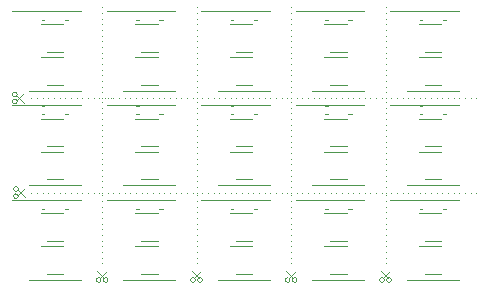
<source format=gbr>
%TF.GenerationSoftware,KiCad,Pcbnew,6.99.0-76368af7*%
%TF.CreationDate,2022-01-11T12:03:38+01:00*%
%TF.ProjectId,hc245t_bypass_esd-panel,68633234-3574-45f6-9279-706173735f65,rev?*%
%TF.SameCoordinates,Original*%
%TF.FileFunction,Legend,Top*%
%TF.FilePolarity,Positive*%
%FSLAX46Y46*%
G04 Gerber Fmt 4.6, Leading zero omitted, Abs format (unit mm)*
G04 Created by KiCad (PCBNEW 6.99.0-76368af7) date 2022-01-11 12:03:38*
%MOMM*%
%LPD*%
G01*
G04 APERTURE LIST*
%ADD10C,0.120000*%
G04 APERTURE END LIST*
D10*
X135000000Y-119000000D02*
X135000000Y-119000000D01*
X135000000Y-118520000D02*
X135000000Y-118520000D01*
X135000000Y-118040000D02*
X135000000Y-118040000D01*
X135000000Y-117560000D02*
X135000000Y-117560000D01*
X135000000Y-117080000D02*
X135000000Y-117080000D01*
X135000000Y-116600000D02*
X135000000Y-116600000D01*
X135000000Y-116120000D02*
X135000000Y-116120000D01*
X135000000Y-115640000D02*
X135000000Y-115640000D01*
X135000000Y-115160000D02*
X135000000Y-115160000D01*
X135000000Y-114680000D02*
X135000000Y-114680000D01*
X135000000Y-114200000D02*
X135000000Y-114200000D01*
X135000000Y-113720000D02*
X135000000Y-113720000D01*
X135000000Y-113240000D02*
X135000000Y-113240000D01*
X135000000Y-112760000D02*
X135000000Y-112760000D01*
X135000000Y-112280000D02*
X135000000Y-112280000D01*
X135000000Y-111800000D02*
X135000000Y-111800000D01*
X135000000Y-111320000D02*
X135000000Y-111320000D01*
X151000000Y-111000000D02*
X151000000Y-111000000D01*
X151000000Y-110520000D02*
X151000000Y-110520000D01*
X151000000Y-110040000D02*
X151000000Y-110040000D01*
X151000000Y-109560000D02*
X151000000Y-109560000D01*
X151000000Y-109080000D02*
X151000000Y-109080000D01*
X151000000Y-108600000D02*
X151000000Y-108600000D01*
X151000000Y-108120000D02*
X151000000Y-108120000D01*
X151000000Y-107640000D02*
X151000000Y-107640000D01*
X151000000Y-107160000D02*
X151000000Y-107160000D01*
X151000000Y-106680000D02*
X151000000Y-106680000D01*
X151000000Y-106200000D02*
X151000000Y-106200000D01*
X151000000Y-105720000D02*
X151000000Y-105720000D01*
X151000000Y-105240000D02*
X151000000Y-105240000D01*
X151000000Y-104760000D02*
X151000000Y-104760000D01*
X151000000Y-104280000D02*
X151000000Y-104280000D01*
X151000000Y-103800000D02*
X151000000Y-103800000D01*
X151000000Y-103320000D02*
X151000000Y-103320000D01*
X151000000Y-119000000D02*
X151000000Y-119000000D01*
X151000000Y-118520000D02*
X151000000Y-118520000D01*
X151000000Y-118040000D02*
X151000000Y-118040000D01*
X151000000Y-117560000D02*
X151000000Y-117560000D01*
X151000000Y-117080000D02*
X151000000Y-117080000D01*
X151000000Y-116600000D02*
X151000000Y-116600000D01*
X151000000Y-116120000D02*
X151000000Y-116120000D01*
X151000000Y-115640000D02*
X151000000Y-115640000D01*
X151000000Y-115160000D02*
X151000000Y-115160000D01*
X151000000Y-114680000D02*
X151000000Y-114680000D01*
X151000000Y-114200000D02*
X151000000Y-114200000D01*
X151000000Y-113720000D02*
X151000000Y-113720000D01*
X151000000Y-113240000D02*
X151000000Y-113240000D01*
X151000000Y-112760000D02*
X151000000Y-112760000D01*
X151000000Y-112280000D02*
X151000000Y-112280000D01*
X151000000Y-111800000D02*
X151000000Y-111800000D01*
X151000000Y-111320000D02*
X151000000Y-111320000D01*
X127900000Y-119300000D02*
G75*
G03*
X127900000Y-119300000I-200000J0D01*
G01*
X151500000Y-126400000D02*
G75*
G03*
X151500000Y-126400000I-200000J0D01*
G01*
X142900000Y-126400000D02*
G75*
G03*
X142900000Y-126400000I-200000J0D01*
G01*
X134900000Y-126400000D02*
G75*
G03*
X134900000Y-126400000I-200000J0D01*
G01*
X159200000Y-126200000D02*
X158600000Y-125600000D01*
X127800000Y-111200000D02*
X128400000Y-110600000D01*
X127900000Y-119200000D02*
X128500000Y-118600000D01*
X158800000Y-126200000D02*
X159400000Y-125600000D01*
X135000000Y-111000000D02*
X135000000Y-111000000D01*
X135480000Y-111000000D02*
X135480000Y-111000000D01*
X135960000Y-111000000D02*
X135960000Y-111000000D01*
X136440000Y-111000000D02*
X136440000Y-111000000D01*
X136920000Y-111000000D02*
X136920000Y-111000000D01*
X137400000Y-111000000D02*
X137400000Y-111000000D01*
X137880000Y-111000000D02*
X137880000Y-111000000D01*
X138360000Y-111000000D02*
X138360000Y-111000000D01*
X138840000Y-111000000D02*
X138840000Y-111000000D01*
X139320000Y-111000000D02*
X139320000Y-111000000D01*
X139800000Y-111000000D02*
X139800000Y-111000000D01*
X140280000Y-111000000D02*
X140280000Y-111000000D01*
X140760000Y-111000000D02*
X140760000Y-111000000D01*
X141240000Y-111000000D02*
X141240000Y-111000000D01*
X141720000Y-111000000D02*
X141720000Y-111000000D01*
X142200000Y-111000000D02*
X142200000Y-111000000D01*
X142680000Y-111000000D02*
X142680000Y-111000000D01*
X134800000Y-126200000D02*
X135400000Y-125600000D01*
X143000000Y-111000000D02*
X143000000Y-111000000D01*
X143000000Y-110520000D02*
X143000000Y-110520000D01*
X143000000Y-110040000D02*
X143000000Y-110040000D01*
X143000000Y-109560000D02*
X143000000Y-109560000D01*
X143000000Y-109080000D02*
X143000000Y-109080000D01*
X143000000Y-108600000D02*
X143000000Y-108600000D01*
X143000000Y-108120000D02*
X143000000Y-108120000D01*
X143000000Y-107640000D02*
X143000000Y-107640000D01*
X143000000Y-107160000D02*
X143000000Y-107160000D01*
X143000000Y-106680000D02*
X143000000Y-106680000D01*
X143000000Y-106200000D02*
X143000000Y-106200000D01*
X143000000Y-105720000D02*
X143000000Y-105720000D01*
X143000000Y-105240000D02*
X143000000Y-105240000D01*
X143000000Y-104760000D02*
X143000000Y-104760000D01*
X143000000Y-104280000D02*
X143000000Y-104280000D01*
X143000000Y-103800000D02*
X143000000Y-103800000D01*
X143000000Y-103320000D02*
X143000000Y-103320000D01*
X143200000Y-126200000D02*
X142600000Y-125600000D01*
X143500000Y-126400000D02*
G75*
G03*
X143500000Y-126400000I-200000J0D01*
G01*
X159000000Y-111000000D02*
X159000000Y-111000000D01*
X159000000Y-110520000D02*
X159000000Y-110520000D01*
X159000000Y-110040000D02*
X159000000Y-110040000D01*
X159000000Y-109560000D02*
X159000000Y-109560000D01*
X159000000Y-109080000D02*
X159000000Y-109080000D01*
X159000000Y-108600000D02*
X159000000Y-108600000D01*
X159000000Y-108120000D02*
X159000000Y-108120000D01*
X159000000Y-107640000D02*
X159000000Y-107640000D01*
X159000000Y-107160000D02*
X159000000Y-107160000D01*
X159000000Y-106680000D02*
X159000000Y-106680000D01*
X159000000Y-106200000D02*
X159000000Y-106200000D01*
X159000000Y-105720000D02*
X159000000Y-105720000D01*
X159000000Y-105240000D02*
X159000000Y-105240000D01*
X159000000Y-104760000D02*
X159000000Y-104760000D01*
X159000000Y-104280000D02*
X159000000Y-104280000D01*
X159000000Y-103800000D02*
X159000000Y-103800000D01*
X159000000Y-103320000D02*
X159000000Y-103320000D01*
X135500000Y-126400000D02*
G75*
G03*
X135500000Y-126400000I-200000J0D01*
G01*
X159000000Y-111000000D02*
X159000000Y-111000000D01*
X159480000Y-111000000D02*
X159480000Y-111000000D01*
X159960000Y-111000000D02*
X159960000Y-111000000D01*
X160440000Y-111000000D02*
X160440000Y-111000000D01*
X160920000Y-111000000D02*
X160920000Y-111000000D01*
X161400000Y-111000000D02*
X161400000Y-111000000D01*
X161880000Y-111000000D02*
X161880000Y-111000000D01*
X162360000Y-111000000D02*
X162360000Y-111000000D01*
X162840000Y-111000000D02*
X162840000Y-111000000D01*
X163320000Y-111000000D02*
X163320000Y-111000000D01*
X163800000Y-111000000D02*
X163800000Y-111000000D01*
X164280000Y-111000000D02*
X164280000Y-111000000D01*
X164760000Y-111000000D02*
X164760000Y-111000000D01*
X165240000Y-111000000D02*
X165240000Y-111000000D01*
X165720000Y-111000000D02*
X165720000Y-111000000D01*
X166200000Y-111000000D02*
X166200000Y-111000000D01*
X166680000Y-111000000D02*
X166680000Y-111000000D01*
X129000000Y-111000000D02*
X129000000Y-111000000D01*
X129480000Y-111000000D02*
X129480000Y-111000000D01*
X129960000Y-111000000D02*
X129960000Y-111000000D01*
X130440000Y-111000000D02*
X130440000Y-111000000D01*
X130920000Y-111000000D02*
X130920000Y-111000000D01*
X131400000Y-111000000D02*
X131400000Y-111000000D01*
X131880000Y-111000000D02*
X131880000Y-111000000D01*
X132360000Y-111000000D02*
X132360000Y-111000000D01*
X132840000Y-111000000D02*
X132840000Y-111000000D01*
X133320000Y-111000000D02*
X133320000Y-111000000D01*
X133800000Y-111000000D02*
X133800000Y-111000000D01*
X134280000Y-111000000D02*
X134280000Y-111000000D01*
X134760000Y-111000000D02*
X134760000Y-111000000D01*
X135240000Y-111000000D02*
X135240000Y-111000000D01*
X135720000Y-111000000D02*
X135720000Y-111000000D01*
X127800000Y-110700000D02*
G75*
G03*
X127800000Y-110700000I-200000J0D01*
G01*
X151200000Y-126200000D02*
X150600000Y-125600000D01*
X150900000Y-126400000D02*
G75*
G03*
X150900000Y-126400000I-200000J0D01*
G01*
X143000000Y-119000000D02*
X143000000Y-119000000D01*
X143480000Y-119000000D02*
X143480000Y-119000000D01*
X143960000Y-119000000D02*
X143960000Y-119000000D01*
X144440000Y-119000000D02*
X144440000Y-119000000D01*
X144920000Y-119000000D02*
X144920000Y-119000000D01*
X145400000Y-119000000D02*
X145400000Y-119000000D01*
X145880000Y-119000000D02*
X145880000Y-119000000D01*
X146360000Y-119000000D02*
X146360000Y-119000000D01*
X146840000Y-119000000D02*
X146840000Y-119000000D01*
X147320000Y-119000000D02*
X147320000Y-119000000D01*
X147800000Y-119000000D02*
X147800000Y-119000000D01*
X148280000Y-119000000D02*
X148280000Y-119000000D01*
X148760000Y-119000000D02*
X148760000Y-119000000D01*
X149240000Y-119000000D02*
X149240000Y-119000000D01*
X149720000Y-119000000D02*
X149720000Y-119000000D01*
X150200000Y-119000000D02*
X150200000Y-119000000D01*
X150680000Y-119000000D02*
X150680000Y-119000000D01*
X142800000Y-126200000D02*
X143400000Y-125600000D01*
X151000000Y-125000000D02*
X151000000Y-125000000D01*
X151000000Y-124520000D02*
X151000000Y-124520000D01*
X151000000Y-124040000D02*
X151000000Y-124040000D01*
X151000000Y-123560000D02*
X151000000Y-123560000D01*
X151000000Y-123080000D02*
X151000000Y-123080000D01*
X151000000Y-122600000D02*
X151000000Y-122600000D01*
X151000000Y-122120000D02*
X151000000Y-122120000D01*
X151000000Y-121640000D02*
X151000000Y-121640000D01*
X151000000Y-121160000D02*
X151000000Y-121160000D01*
X151000000Y-120680000D02*
X151000000Y-120680000D01*
X151000000Y-120200000D02*
X151000000Y-120200000D01*
X151000000Y-119720000D02*
X151000000Y-119720000D01*
X151000000Y-119240000D02*
X151000000Y-119240000D01*
X158900000Y-126400000D02*
G75*
G03*
X158900000Y-126400000I-200000J0D01*
G01*
X135000000Y-125000000D02*
X135000000Y-125000000D01*
X135000000Y-124520000D02*
X135000000Y-124520000D01*
X135000000Y-124040000D02*
X135000000Y-124040000D01*
X135000000Y-123560000D02*
X135000000Y-123560000D01*
X135000000Y-123080000D02*
X135000000Y-123080000D01*
X135000000Y-122600000D02*
X135000000Y-122600000D01*
X135000000Y-122120000D02*
X135000000Y-122120000D01*
X135000000Y-121640000D02*
X135000000Y-121640000D01*
X135000000Y-121160000D02*
X135000000Y-121160000D01*
X135000000Y-120680000D02*
X135000000Y-120680000D01*
X135000000Y-120200000D02*
X135000000Y-120200000D01*
X135000000Y-119720000D02*
X135000000Y-119720000D01*
X135000000Y-119240000D02*
X135000000Y-119240000D01*
X129000000Y-119000000D02*
X129000000Y-119000000D01*
X129480000Y-119000000D02*
X129480000Y-119000000D01*
X129960000Y-119000000D02*
X129960000Y-119000000D01*
X130440000Y-119000000D02*
X130440000Y-119000000D01*
X130920000Y-119000000D02*
X130920000Y-119000000D01*
X131400000Y-119000000D02*
X131400000Y-119000000D01*
X131880000Y-119000000D02*
X131880000Y-119000000D01*
X132360000Y-119000000D02*
X132360000Y-119000000D01*
X132840000Y-119000000D02*
X132840000Y-119000000D01*
X133320000Y-119000000D02*
X133320000Y-119000000D01*
X133800000Y-119000000D02*
X133800000Y-119000000D01*
X134280000Y-119000000D02*
X134280000Y-119000000D01*
X134760000Y-119000000D02*
X134760000Y-119000000D01*
X151000000Y-111000000D02*
X151000000Y-111000000D01*
X151480000Y-111000000D02*
X151480000Y-111000000D01*
X151960000Y-111000000D02*
X151960000Y-111000000D01*
X152440000Y-111000000D02*
X152440000Y-111000000D01*
X152920000Y-111000000D02*
X152920000Y-111000000D01*
X153400000Y-111000000D02*
X153400000Y-111000000D01*
X153880000Y-111000000D02*
X153880000Y-111000000D01*
X154360000Y-111000000D02*
X154360000Y-111000000D01*
X154840000Y-111000000D02*
X154840000Y-111000000D01*
X155320000Y-111000000D02*
X155320000Y-111000000D01*
X155800000Y-111000000D02*
X155800000Y-111000000D01*
X156280000Y-111000000D02*
X156280000Y-111000000D01*
X156760000Y-111000000D02*
X156760000Y-111000000D01*
X157240000Y-111000000D02*
X157240000Y-111000000D01*
X157720000Y-111000000D02*
X157720000Y-111000000D01*
X158200000Y-111000000D02*
X158200000Y-111000000D01*
X158680000Y-111000000D02*
X158680000Y-111000000D01*
X151000000Y-119000000D02*
X151000000Y-119000000D01*
X151480000Y-119000000D02*
X151480000Y-119000000D01*
X151960000Y-119000000D02*
X151960000Y-119000000D01*
X152440000Y-119000000D02*
X152440000Y-119000000D01*
X152920000Y-119000000D02*
X152920000Y-119000000D01*
X153400000Y-119000000D02*
X153400000Y-119000000D01*
X153880000Y-119000000D02*
X153880000Y-119000000D01*
X154360000Y-119000000D02*
X154360000Y-119000000D01*
X154840000Y-119000000D02*
X154840000Y-119000000D01*
X155320000Y-119000000D02*
X155320000Y-119000000D01*
X155800000Y-119000000D02*
X155800000Y-119000000D01*
X156280000Y-119000000D02*
X156280000Y-119000000D01*
X156760000Y-119000000D02*
X156760000Y-119000000D01*
X157240000Y-119000000D02*
X157240000Y-119000000D01*
X157720000Y-119000000D02*
X157720000Y-119000000D01*
X158200000Y-119000000D02*
X158200000Y-119000000D01*
X158680000Y-119000000D02*
X158680000Y-119000000D01*
X127800000Y-110800000D02*
X128400000Y-111400000D01*
X159000000Y-125000000D02*
X159000000Y-125000000D01*
X159000000Y-124520000D02*
X159000000Y-124520000D01*
X159000000Y-124040000D02*
X159000000Y-124040000D01*
X159000000Y-123560000D02*
X159000000Y-123560000D01*
X159000000Y-123080000D02*
X159000000Y-123080000D01*
X159000000Y-122600000D02*
X159000000Y-122600000D01*
X159000000Y-122120000D02*
X159000000Y-122120000D01*
X159000000Y-121640000D02*
X159000000Y-121640000D01*
X159000000Y-121160000D02*
X159000000Y-121160000D01*
X159000000Y-120680000D02*
X159000000Y-120680000D01*
X159000000Y-120200000D02*
X159000000Y-120200000D01*
X159000000Y-119720000D02*
X159000000Y-119720000D01*
X159000000Y-119240000D02*
X159000000Y-119240000D01*
X135200000Y-126200000D02*
X134600000Y-125600000D01*
X159000000Y-119000000D02*
X159000000Y-119000000D01*
X159000000Y-118520000D02*
X159000000Y-118520000D01*
X159000000Y-118040000D02*
X159000000Y-118040000D01*
X159000000Y-117560000D02*
X159000000Y-117560000D01*
X159000000Y-117080000D02*
X159000000Y-117080000D01*
X159000000Y-116600000D02*
X159000000Y-116600000D01*
X159000000Y-116120000D02*
X159000000Y-116120000D01*
X159000000Y-115640000D02*
X159000000Y-115640000D01*
X159000000Y-115160000D02*
X159000000Y-115160000D01*
X159000000Y-114680000D02*
X159000000Y-114680000D01*
X159000000Y-114200000D02*
X159000000Y-114200000D01*
X159000000Y-113720000D02*
X159000000Y-113720000D01*
X159000000Y-113240000D02*
X159000000Y-113240000D01*
X159000000Y-112760000D02*
X159000000Y-112760000D01*
X159000000Y-112280000D02*
X159000000Y-112280000D01*
X159000000Y-111800000D02*
X159000000Y-111800000D01*
X159000000Y-111320000D02*
X159000000Y-111320000D01*
X127800000Y-111300000D02*
G75*
G03*
X127800000Y-111300000I-200000J0D01*
G01*
X127900000Y-118700000D02*
G75*
G03*
X127900000Y-118700000I-200000J0D01*
G01*
X159000000Y-119000000D02*
X159000000Y-119000000D01*
X159480000Y-119000000D02*
X159480000Y-119000000D01*
X159960000Y-119000000D02*
X159960000Y-119000000D01*
X160440000Y-119000000D02*
X160440000Y-119000000D01*
X160920000Y-119000000D02*
X160920000Y-119000000D01*
X161400000Y-119000000D02*
X161400000Y-119000000D01*
X161880000Y-119000000D02*
X161880000Y-119000000D01*
X162360000Y-119000000D02*
X162360000Y-119000000D01*
X162840000Y-119000000D02*
X162840000Y-119000000D01*
X163320000Y-119000000D02*
X163320000Y-119000000D01*
X163800000Y-119000000D02*
X163800000Y-119000000D01*
X164280000Y-119000000D02*
X164280000Y-119000000D01*
X164760000Y-119000000D02*
X164760000Y-119000000D01*
X165240000Y-119000000D02*
X165240000Y-119000000D01*
X165720000Y-119000000D02*
X165720000Y-119000000D01*
X166200000Y-119000000D02*
X166200000Y-119000000D01*
X166680000Y-119000000D02*
X166680000Y-119000000D01*
X143000000Y-125000000D02*
X143000000Y-125000000D01*
X143000000Y-124520000D02*
X143000000Y-124520000D01*
X143000000Y-124040000D02*
X143000000Y-124040000D01*
X143000000Y-123560000D02*
X143000000Y-123560000D01*
X143000000Y-123080000D02*
X143000000Y-123080000D01*
X143000000Y-122600000D02*
X143000000Y-122600000D01*
X143000000Y-122120000D02*
X143000000Y-122120000D01*
X143000000Y-121640000D02*
X143000000Y-121640000D01*
X143000000Y-121160000D02*
X143000000Y-121160000D01*
X143000000Y-120680000D02*
X143000000Y-120680000D01*
X143000000Y-120200000D02*
X143000000Y-120200000D01*
X143000000Y-119720000D02*
X143000000Y-119720000D01*
X143000000Y-119240000D02*
X143000000Y-119240000D01*
X150800000Y-126200000D02*
X151400000Y-125600000D01*
X143000000Y-119000000D02*
X143000000Y-119000000D01*
X143000000Y-118520000D02*
X143000000Y-118520000D01*
X143000000Y-118040000D02*
X143000000Y-118040000D01*
X143000000Y-117560000D02*
X143000000Y-117560000D01*
X143000000Y-117080000D02*
X143000000Y-117080000D01*
X143000000Y-116600000D02*
X143000000Y-116600000D01*
X143000000Y-116120000D02*
X143000000Y-116120000D01*
X143000000Y-115640000D02*
X143000000Y-115640000D01*
X143000000Y-115160000D02*
X143000000Y-115160000D01*
X143000000Y-114680000D02*
X143000000Y-114680000D01*
X143000000Y-114200000D02*
X143000000Y-114200000D01*
X143000000Y-113720000D02*
X143000000Y-113720000D01*
X143000000Y-113240000D02*
X143000000Y-113240000D01*
X143000000Y-112760000D02*
X143000000Y-112760000D01*
X143000000Y-112280000D02*
X143000000Y-112280000D01*
X143000000Y-111800000D02*
X143000000Y-111800000D01*
X143000000Y-111320000D02*
X143000000Y-111320000D01*
X127900000Y-118800000D02*
X128500000Y-119400000D01*
X159500000Y-126400000D02*
G75*
G03*
X159500000Y-126400000I-200000J0D01*
G01*
X135000000Y-111000000D02*
X135000000Y-111000000D01*
X135000000Y-110520000D02*
X135000000Y-110520000D01*
X135000000Y-110040000D02*
X135000000Y-110040000D01*
X135000000Y-109560000D02*
X135000000Y-109560000D01*
X135000000Y-109080000D02*
X135000000Y-109080000D01*
X135000000Y-108600000D02*
X135000000Y-108600000D01*
X135000000Y-108120000D02*
X135000000Y-108120000D01*
X135000000Y-107640000D02*
X135000000Y-107640000D01*
X135000000Y-107160000D02*
X135000000Y-107160000D01*
X135000000Y-106680000D02*
X135000000Y-106680000D01*
X135000000Y-106200000D02*
X135000000Y-106200000D01*
X135000000Y-105720000D02*
X135000000Y-105720000D01*
X135000000Y-105240000D02*
X135000000Y-105240000D01*
X135000000Y-104760000D02*
X135000000Y-104760000D01*
X135000000Y-104280000D02*
X135000000Y-104280000D01*
X135000000Y-103800000D02*
X135000000Y-103800000D01*
X135000000Y-103320000D02*
X135000000Y-103320000D01*
X135000000Y-119000000D02*
X135000000Y-119000000D01*
X135480000Y-119000000D02*
X135480000Y-119000000D01*
X135960000Y-119000000D02*
X135960000Y-119000000D01*
X136440000Y-119000000D02*
X136440000Y-119000000D01*
X136920000Y-119000000D02*
X136920000Y-119000000D01*
X137400000Y-119000000D02*
X137400000Y-119000000D01*
X137880000Y-119000000D02*
X137880000Y-119000000D01*
X138360000Y-119000000D02*
X138360000Y-119000000D01*
X138840000Y-119000000D02*
X138840000Y-119000000D01*
X139320000Y-119000000D02*
X139320000Y-119000000D01*
X139800000Y-119000000D02*
X139800000Y-119000000D01*
X140280000Y-119000000D02*
X140280000Y-119000000D01*
X140760000Y-119000000D02*
X140760000Y-119000000D01*
X141240000Y-119000000D02*
X141240000Y-119000000D01*
X141720000Y-119000000D02*
X141720000Y-119000000D01*
X142200000Y-119000000D02*
X142200000Y-119000000D01*
X142680000Y-119000000D02*
X142680000Y-119000000D01*
X143000000Y-111000000D02*
X143000000Y-111000000D01*
X143480000Y-111000000D02*
X143480000Y-111000000D01*
X143960000Y-111000000D02*
X143960000Y-111000000D01*
X144440000Y-111000000D02*
X144440000Y-111000000D01*
X144920000Y-111000000D02*
X144920000Y-111000000D01*
X145400000Y-111000000D02*
X145400000Y-111000000D01*
X145880000Y-111000000D02*
X145880000Y-111000000D01*
X146360000Y-111000000D02*
X146360000Y-111000000D01*
X146840000Y-111000000D02*
X146840000Y-111000000D01*
X147320000Y-111000000D02*
X147320000Y-111000000D01*
X147800000Y-111000000D02*
X147800000Y-111000000D01*
X148280000Y-111000000D02*
X148280000Y-111000000D01*
X148760000Y-111000000D02*
X148760000Y-111000000D01*
X149240000Y-111000000D02*
X149240000Y-111000000D01*
X149720000Y-111000000D02*
X149720000Y-111000000D01*
X150200000Y-111000000D02*
X150200000Y-111000000D01*
X150680000Y-111000000D02*
X150680000Y-111000000D01*
%TO.C,C1*%
X138107836Y-104360000D02*
X137892164Y-104360000D01*
X138107836Y-103640000D02*
X137892164Y-103640000D01*
%TO.C,R1*%
X163846359Y-119620000D02*
X164153641Y-119620000D01*
X163846359Y-120380000D02*
X164153641Y-120380000D01*
%TO.C,J1*%
X139000000Y-111615000D02*
X135400000Y-111615000D01*
X139000000Y-111615000D02*
X141200000Y-111615000D01*
X139000000Y-118385000D02*
X136800000Y-118385000D01*
X139000000Y-118385000D02*
X141200000Y-118385000D01*
X155000000Y-119615000D02*
X151400000Y-119615000D01*
X155000000Y-119615000D02*
X157200000Y-119615000D01*
X155000000Y-126385000D02*
X152800000Y-126385000D01*
X155000000Y-126385000D02*
X157200000Y-126385000D01*
%TO.C,U1*%
X162300000Y-123060000D02*
X163700000Y-123060000D01*
X163700000Y-120740000D02*
X161800000Y-120740000D01*
%TO.C,U2*%
X130300000Y-125860000D02*
X131700000Y-125860000D01*
X131700000Y-123540000D02*
X129800000Y-123540000D01*
%TO.C,C1*%
X138107836Y-120360000D02*
X137892164Y-120360000D01*
X138107836Y-119640000D02*
X137892164Y-119640000D01*
%TO.C,U1*%
X154300000Y-115060000D02*
X155700000Y-115060000D01*
X155700000Y-112740000D02*
X153800000Y-112740000D01*
%TO.C,R1*%
X163846359Y-111620000D02*
X164153641Y-111620000D01*
X163846359Y-112380000D02*
X164153641Y-112380000D01*
%TO.C,C1*%
X138107836Y-112360000D02*
X137892164Y-112360000D01*
X138107836Y-111640000D02*
X137892164Y-111640000D01*
%TO.C,U2*%
X146300000Y-117860000D02*
X147700000Y-117860000D01*
X147700000Y-115540000D02*
X145800000Y-115540000D01*
%TO.C,J1*%
X131000000Y-103615000D02*
X127400000Y-103615000D01*
X131000000Y-103615000D02*
X133200000Y-103615000D01*
X131000000Y-110385000D02*
X128800000Y-110385000D01*
X131000000Y-110385000D02*
X133200000Y-110385000D01*
X155000000Y-111615000D02*
X151400000Y-111615000D01*
X155000000Y-111615000D02*
X157200000Y-111615000D01*
X155000000Y-118385000D02*
X152800000Y-118385000D01*
X155000000Y-118385000D02*
X157200000Y-118385000D01*
%TO.C,U1*%
X154300000Y-107060000D02*
X155700000Y-107060000D01*
X155700000Y-104740000D02*
X153800000Y-104740000D01*
X130300000Y-115060000D02*
X131700000Y-115060000D01*
X131700000Y-112740000D02*
X129800000Y-112740000D01*
%TO.C,R1*%
X147846359Y-119620000D02*
X148153641Y-119620000D01*
X147846359Y-120380000D02*
X148153641Y-120380000D01*
X163846359Y-103620000D02*
X164153641Y-103620000D01*
X163846359Y-104380000D02*
X164153641Y-104380000D01*
%TO.C,C1*%
X162107836Y-120360000D02*
X161892164Y-120360000D01*
X162107836Y-119640000D02*
X161892164Y-119640000D01*
%TO.C,U1*%
X154300000Y-123060000D02*
X155700000Y-123060000D01*
X155700000Y-120740000D02*
X153800000Y-120740000D01*
%TO.C,J1*%
X155000000Y-103615000D02*
X151400000Y-103615000D01*
X155000000Y-103615000D02*
X157200000Y-103615000D01*
X155000000Y-110385000D02*
X152800000Y-110385000D01*
X155000000Y-110385000D02*
X157200000Y-110385000D01*
%TO.C,U2*%
X138300000Y-117860000D02*
X139700000Y-117860000D01*
X139700000Y-115540000D02*
X137800000Y-115540000D01*
%TO.C,R1*%
X139846359Y-111620000D02*
X140153641Y-111620000D01*
X139846359Y-112380000D02*
X140153641Y-112380000D01*
%TO.C,U1*%
X146300000Y-115060000D02*
X147700000Y-115060000D01*
X147700000Y-112740000D02*
X145800000Y-112740000D01*
%TO.C,R1*%
X131846359Y-119620000D02*
X132153641Y-119620000D01*
X131846359Y-120380000D02*
X132153641Y-120380000D01*
%TO.C,U1*%
X138300000Y-115060000D02*
X139700000Y-115060000D01*
X139700000Y-112740000D02*
X137800000Y-112740000D01*
%TO.C,U2*%
X154300000Y-117860000D02*
X155700000Y-117860000D01*
X155700000Y-115540000D02*
X153800000Y-115540000D01*
%TO.C,C1*%
X146107836Y-120360000D02*
X145892164Y-120360000D01*
X146107836Y-119640000D02*
X145892164Y-119640000D01*
%TO.C,R1*%
X147846359Y-111620000D02*
X148153641Y-111620000D01*
X147846359Y-112380000D02*
X148153641Y-112380000D01*
%TO.C,C1*%
X146107836Y-112360000D02*
X145892164Y-112360000D01*
X146107836Y-111640000D02*
X145892164Y-111640000D01*
X154107836Y-112360000D02*
X153892164Y-112360000D01*
X154107836Y-111640000D02*
X153892164Y-111640000D01*
%TO.C,U2*%
X154300000Y-109860000D02*
X155700000Y-109860000D01*
X155700000Y-107540000D02*
X153800000Y-107540000D01*
%TO.C,C1*%
X130107836Y-112360000D02*
X129892164Y-112360000D01*
X130107836Y-111640000D02*
X129892164Y-111640000D01*
X130107836Y-104360000D02*
X129892164Y-104360000D01*
X130107836Y-103640000D02*
X129892164Y-103640000D01*
%TO.C,U1*%
X162300000Y-115060000D02*
X163700000Y-115060000D01*
X163700000Y-112740000D02*
X161800000Y-112740000D01*
%TO.C,J1*%
X163000000Y-103615000D02*
X159400000Y-103615000D01*
X163000000Y-103615000D02*
X165200000Y-103615000D01*
X163000000Y-110385000D02*
X160800000Y-110385000D01*
X163000000Y-110385000D02*
X165200000Y-110385000D01*
%TO.C,C1*%
X146107836Y-104360000D02*
X145892164Y-104360000D01*
X146107836Y-103640000D02*
X145892164Y-103640000D01*
%TO.C,U1*%
X130300000Y-107060000D02*
X131700000Y-107060000D01*
X131700000Y-104740000D02*
X129800000Y-104740000D01*
%TO.C,J1*%
X147000000Y-119615000D02*
X143400000Y-119615000D01*
X147000000Y-119615000D02*
X149200000Y-119615000D01*
X147000000Y-126385000D02*
X144800000Y-126385000D01*
X147000000Y-126385000D02*
X149200000Y-126385000D01*
%TO.C,U1*%
X146300000Y-107060000D02*
X147700000Y-107060000D01*
X147700000Y-104740000D02*
X145800000Y-104740000D01*
%TO.C,R1*%
X155846359Y-103620000D02*
X156153641Y-103620000D01*
X155846359Y-104380000D02*
X156153641Y-104380000D01*
%TO.C,U2*%
X146300000Y-125860000D02*
X147700000Y-125860000D01*
X147700000Y-123540000D02*
X145800000Y-123540000D01*
%TO.C,U1*%
X130300000Y-123060000D02*
X131700000Y-123060000D01*
X131700000Y-120740000D02*
X129800000Y-120740000D01*
%TO.C,C1*%
X154107836Y-104360000D02*
X153892164Y-104360000D01*
X154107836Y-103640000D02*
X153892164Y-103640000D01*
%TO.C,U2*%
X146300000Y-109860000D02*
X147700000Y-109860000D01*
X147700000Y-107540000D02*
X145800000Y-107540000D01*
%TO.C,J1*%
X147000000Y-111615000D02*
X143400000Y-111615000D01*
X147000000Y-111615000D02*
X149200000Y-111615000D01*
X147000000Y-118385000D02*
X144800000Y-118385000D01*
X147000000Y-118385000D02*
X149200000Y-118385000D01*
%TO.C,C1*%
X154107836Y-120360000D02*
X153892164Y-120360000D01*
X154107836Y-119640000D02*
X153892164Y-119640000D01*
%TO.C,J1*%
X131000000Y-111615000D02*
X127400000Y-111615000D01*
X131000000Y-111615000D02*
X133200000Y-111615000D01*
X131000000Y-118385000D02*
X128800000Y-118385000D01*
X131000000Y-118385000D02*
X133200000Y-118385000D01*
X163000000Y-111615000D02*
X159400000Y-111615000D01*
X163000000Y-111615000D02*
X165200000Y-111615000D01*
X163000000Y-118385000D02*
X160800000Y-118385000D01*
X163000000Y-118385000D02*
X165200000Y-118385000D01*
X147000000Y-103615000D02*
X143400000Y-103615000D01*
X147000000Y-103615000D02*
X149200000Y-103615000D01*
X147000000Y-110385000D02*
X144800000Y-110385000D01*
X147000000Y-110385000D02*
X149200000Y-110385000D01*
%TO.C,U2*%
X138300000Y-109860000D02*
X139700000Y-109860000D01*
X139700000Y-107540000D02*
X137800000Y-107540000D01*
%TO.C,R1*%
X139846359Y-103620000D02*
X140153641Y-103620000D01*
X139846359Y-104380000D02*
X140153641Y-104380000D01*
%TO.C,U1*%
X146300000Y-123060000D02*
X147700000Y-123060000D01*
X147700000Y-120740000D02*
X145800000Y-120740000D01*
%TO.C,R1*%
X147846359Y-103620000D02*
X148153641Y-103620000D01*
X147846359Y-104380000D02*
X148153641Y-104380000D01*
%TO.C,U2*%
X154300000Y-125860000D02*
X155700000Y-125860000D01*
X155700000Y-123540000D02*
X153800000Y-123540000D01*
%TO.C,U1*%
X138300000Y-107060000D02*
X139700000Y-107060000D01*
X139700000Y-104740000D02*
X137800000Y-104740000D01*
%TO.C,J1*%
X139000000Y-103615000D02*
X135400000Y-103615000D01*
X139000000Y-103615000D02*
X141200000Y-103615000D01*
X139000000Y-110385000D02*
X136800000Y-110385000D01*
X139000000Y-110385000D02*
X141200000Y-110385000D01*
%TO.C,R1*%
X139846359Y-119620000D02*
X140153641Y-119620000D01*
X139846359Y-120380000D02*
X140153641Y-120380000D01*
%TO.C,J1*%
X131000000Y-119615000D02*
X127400000Y-119615000D01*
X131000000Y-119615000D02*
X133200000Y-119615000D01*
X131000000Y-126385000D02*
X128800000Y-126385000D01*
X131000000Y-126385000D02*
X133200000Y-126385000D01*
%TO.C,U1*%
X162300000Y-107060000D02*
X163700000Y-107060000D01*
X163700000Y-104740000D02*
X161800000Y-104740000D01*
%TO.C,U2*%
X162300000Y-125860000D02*
X163700000Y-125860000D01*
X163700000Y-123540000D02*
X161800000Y-123540000D01*
X130300000Y-109860000D02*
X131700000Y-109860000D01*
X131700000Y-107540000D02*
X129800000Y-107540000D01*
X162300000Y-117860000D02*
X163700000Y-117860000D01*
X163700000Y-115540000D02*
X161800000Y-115540000D01*
%TO.C,C1*%
X130107836Y-120360000D02*
X129892164Y-120360000D01*
X130107836Y-119640000D02*
X129892164Y-119640000D01*
%TO.C,R1*%
X131846359Y-103620000D02*
X132153641Y-103620000D01*
X131846359Y-104380000D02*
X132153641Y-104380000D01*
X155846359Y-119620000D02*
X156153641Y-119620000D01*
X155846359Y-120380000D02*
X156153641Y-120380000D01*
X131846359Y-111620000D02*
X132153641Y-111620000D01*
X131846359Y-112380000D02*
X132153641Y-112380000D01*
%TO.C,J1*%
X139000000Y-119615000D02*
X135400000Y-119615000D01*
X139000000Y-119615000D02*
X141200000Y-119615000D01*
X139000000Y-126385000D02*
X136800000Y-126385000D01*
X139000000Y-126385000D02*
X141200000Y-126385000D01*
%TO.C,C1*%
X162107836Y-104360000D02*
X161892164Y-104360000D01*
X162107836Y-103640000D02*
X161892164Y-103640000D01*
X162107836Y-112360000D02*
X161892164Y-112360000D01*
X162107836Y-111640000D02*
X161892164Y-111640000D01*
%TO.C,R1*%
X155846359Y-111620000D02*
X156153641Y-111620000D01*
X155846359Y-112380000D02*
X156153641Y-112380000D01*
%TO.C,U1*%
X138300000Y-123060000D02*
X139700000Y-123060000D01*
X139700000Y-120740000D02*
X137800000Y-120740000D01*
%TO.C,U2*%
X138300000Y-125860000D02*
X139700000Y-125860000D01*
X139700000Y-123540000D02*
X137800000Y-123540000D01*
X162300000Y-109860000D02*
X163700000Y-109860000D01*
X163700000Y-107540000D02*
X161800000Y-107540000D01*
X130300000Y-117860000D02*
X131700000Y-117860000D01*
X131700000Y-115540000D02*
X129800000Y-115540000D01*
%TO.C,J1*%
X163000000Y-119615000D02*
X159400000Y-119615000D01*
X163000000Y-119615000D02*
X165200000Y-119615000D01*
X163000000Y-126385000D02*
X160800000Y-126385000D01*
X163000000Y-126385000D02*
X165200000Y-126385000D01*
%TD*%
M02*

</source>
